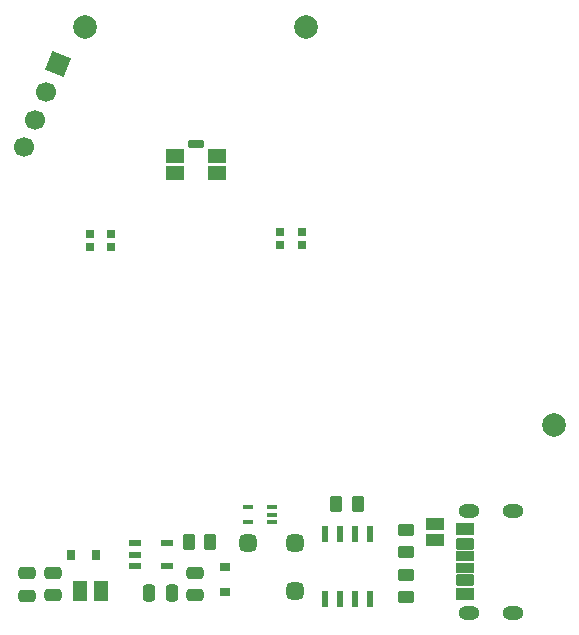
<source format=gbr>
%TF.GenerationSoftware,KiCad,Pcbnew,8.0.5*%
%TF.CreationDate,2024-11-06T13:54:45-05:00*%
%TF.ProjectId,BadgeKittyv2,42616467-654b-4697-9474-7976322e6b69,rev?*%
%TF.SameCoordinates,Original*%
%TF.FileFunction,Soldermask,Top*%
%TF.FilePolarity,Negative*%
%FSLAX46Y46*%
G04 Gerber Fmt 4.6, Leading zero omitted, Abs format (unit mm)*
G04 Created by KiCad (PCBNEW 8.0.5) date 2024-11-06 13:54:45*
%MOMM*%
%LPD*%
G01*
G04 APERTURE LIST*
G04 Aperture macros list*
%AMRoundRect*
0 Rectangle with rounded corners*
0 $1 Rounding radius*
0 $2 $3 $4 $5 $6 $7 $8 $9 X,Y pos of 4 corners*
0 Add a 4 corners polygon primitive as box body*
4,1,4,$2,$3,$4,$5,$6,$7,$8,$9,$2,$3,0*
0 Add four circle primitives for the rounded corners*
1,1,$1+$1,$2,$3*
1,1,$1+$1,$4,$5*
1,1,$1+$1,$6,$7*
1,1,$1+$1,$8,$9*
0 Add four rect primitives between the rounded corners*
20,1,$1+$1,$2,$3,$4,$5,0*
20,1,$1+$1,$4,$5,$6,$7,0*
20,1,$1+$1,$6,$7,$8,$9,0*
20,1,$1+$1,$8,$9,$2,$3,0*%
%AMHorizOval*
0 Thick line with rounded ends*
0 $1 width*
0 $2 $3 position (X,Y) of the first rounded end (center of the circle)*
0 $4 $5 position (X,Y) of the second rounded end (center of the circle)*
0 Add line between two ends*
20,1,$1,$2,$3,$4,$5,0*
0 Add two circle primitives to create the rounded ends*
1,1,$1,$2,$3*
1,1,$1,$4,$5*%
%AMRotRect*
0 Rectangle, with rotation*
0 The origin of the aperture is its center*
0 $1 length*
0 $2 width*
0 $3 Rotation angle, in degrees counterclockwise*
0 Add horizontal line*
21,1,$1,$2,0,0,$3*%
G04 Aperture macros list end*
%ADD10R,0.700000X0.700000*%
%ADD11R,1.000000X0.599999*%
%ADD12RoundRect,0.102000X0.700000X-0.350000X0.700000X0.350000X-0.700000X0.350000X-0.700000X-0.350000X0*%
%ADD13RoundRect,0.102000X0.700000X-0.380000X0.700000X0.380000X-0.700000X0.380000X-0.700000X-0.380000X0*%
%ADD14RoundRect,0.102000X0.700000X-0.400000X0.700000X0.400000X-0.700000X0.400000X-0.700000X-0.400000X0*%
%ADD15O,1.804000X1.204000*%
%ADD16RoundRect,0.250000X-0.475000X0.250000X-0.475000X-0.250000X0.475000X-0.250000X0.475000X0.250000X0*%
%ADD17RoundRect,0.250000X-0.262500X-0.450000X0.262500X-0.450000X0.262500X0.450000X-0.262500X0.450000X0*%
%ADD18R,0.900000X0.800000*%
%ADD19RoundRect,0.250000X-0.450000X0.262500X-0.450000X-0.262500X0.450000X-0.262500X0.450000X0.262500X0*%
%ADD20C,2.000000*%
%ADD21R,0.558800X1.460500*%
%ADD22RoundRect,0.362500X0.362500X0.362500X-0.362500X0.362500X-0.362500X-0.362500X0.362500X-0.362500X0*%
%ADD23RoundRect,0.250000X0.450000X-0.262500X0.450000X0.262500X-0.450000X0.262500X-0.450000X-0.262500X0*%
%ADD24RoundRect,0.250000X0.262500X0.450000X-0.262500X0.450000X-0.262500X-0.450000X0.262500X-0.450000X0*%
%ADD25RoundRect,0.102000X-0.700000X-0.525000X0.700000X-0.525000X0.700000X0.525000X-0.700000X0.525000X0*%
%ADD26RoundRect,0.102000X-0.550000X-0.250000X0.550000X-0.250000X0.550000X0.250000X-0.550000X0.250000X0*%
%ADD27RoundRect,0.250000X0.250000X0.475000X-0.250000X0.475000X-0.250000X-0.475000X0.250000X-0.475000X0*%
%ADD28R,0.838200X0.355600*%
%ADD29RoundRect,0.250000X0.475000X-0.250000X0.475000X0.250000X-0.475000X0.250000X-0.475000X-0.250000X0*%
%ADD30R,0.800000X0.900000*%
%ADD31R,1.500000X1.000000*%
%ADD32RotRect,1.700000X1.700000X338.000000*%
%ADD33HorizOval,1.700000X0.000000X0.000000X0.000000X0.000000X0*%
%ADD34R,1.168400X1.803400*%
G04 APERTURE END LIST*
D10*
%TO.C,D1*%
X102300493Y-100591356D03*
X102300493Y-99491356D03*
X100470493Y-99491356D03*
X100470493Y-100591356D03*
%TD*%
D11*
%TO.C,U2*%
X104283533Y-125701492D03*
X104283533Y-126651493D03*
X104283533Y-127601491D03*
X107033533Y-127601491D03*
X107033533Y-125701492D03*
%TD*%
D10*
%TO.C,D2*%
X116585300Y-100479969D03*
X116585300Y-99379969D03*
X118415300Y-99379969D03*
X118415300Y-100479969D03*
%TD*%
D12*
%TO.C,J1*%
X132244032Y-127756843D03*
D13*
X132244032Y-125736843D03*
D14*
X132244032Y-124506843D03*
D12*
X132244032Y-126756843D03*
D13*
X132244032Y-128776843D03*
D14*
X132244032Y-130006843D03*
D15*
X132534032Y-131576843D03*
X136334032Y-131576843D03*
X132534032Y-122936843D03*
X136334032Y-122936843D03*
%TD*%
D16*
%TO.C,C4*%
X97349892Y-128203005D03*
X97349892Y-130103005D03*
%TD*%
D17*
%TO.C,R4*%
X121325465Y-122400053D03*
X123150465Y-122400053D03*
%TD*%
D18*
%TO.C,D4*%
X111884985Y-129800356D03*
X111884985Y-127700356D03*
%TD*%
D19*
%TO.C,R2*%
X127254629Y-124602045D03*
X127254629Y-126427045D03*
%TD*%
D20*
%TO.C,EAR2*%
X118754060Y-82000000D03*
%TD*%
D21*
%TO.C,U1*%
X124161485Y-124922820D03*
X122891485Y-124922820D03*
X121621485Y-124922820D03*
X120351485Y-124922820D03*
X120351485Y-130371120D03*
X121621485Y-130371120D03*
X122891485Y-130371120D03*
X124161485Y-130371120D03*
%TD*%
D22*
%TO.C,LS1*%
X117862173Y-125702559D03*
X113862173Y-125702559D03*
X117862173Y-129702559D03*
%TD*%
D23*
%TO.C,R1*%
X127225324Y-130201099D03*
X127225324Y-128376099D03*
%TD*%
D24*
%TO.C,R3*%
X110657503Y-125602546D03*
X108832503Y-125602546D03*
%TD*%
D25*
%TO.C,S1*%
X107674255Y-92867968D03*
X111274255Y-92867968D03*
X107674255Y-94317968D03*
X111274255Y-94317968D03*
D26*
X109474255Y-91892968D03*
%TD*%
D27*
%TO.C,C5*%
X107387851Y-129924068D03*
X105487851Y-129924068D03*
%TD*%
D28*
%TO.C,U3*%
X115916872Y-123909763D03*
X115916872Y-123259764D03*
X115916872Y-122609765D03*
X113834072Y-122609765D03*
X113834072Y-123909763D03*
%TD*%
D29*
%TO.C,C3*%
X109409822Y-130094695D03*
X109409822Y-128194695D03*
%TD*%
D20*
%TO.C,EAR1*%
X100021614Y-82000000D03*
%TD*%
D30*
%TO.C,D3*%
X98902416Y-126654069D03*
X101002416Y-126654069D03*
%TD*%
D20*
%TO.C,TAIL1*%
X139746526Y-115642953D03*
%TD*%
D16*
%TO.C,C2*%
X95150061Y-128220882D03*
X95150061Y-130120882D03*
%TD*%
D31*
%TO.C,JP1*%
X129697499Y-124090731D03*
X129697499Y-125390731D03*
%TD*%
D32*
%TO.C,PROG1*%
X97738012Y-85108593D03*
D33*
X96786511Y-87463640D03*
X95835011Y-89818687D03*
X94883510Y-92173734D03*
%TD*%
D34*
%TO.C,L1*%
X101423113Y-129691768D03*
X99670513Y-129691768D03*
%TD*%
M02*

</source>
